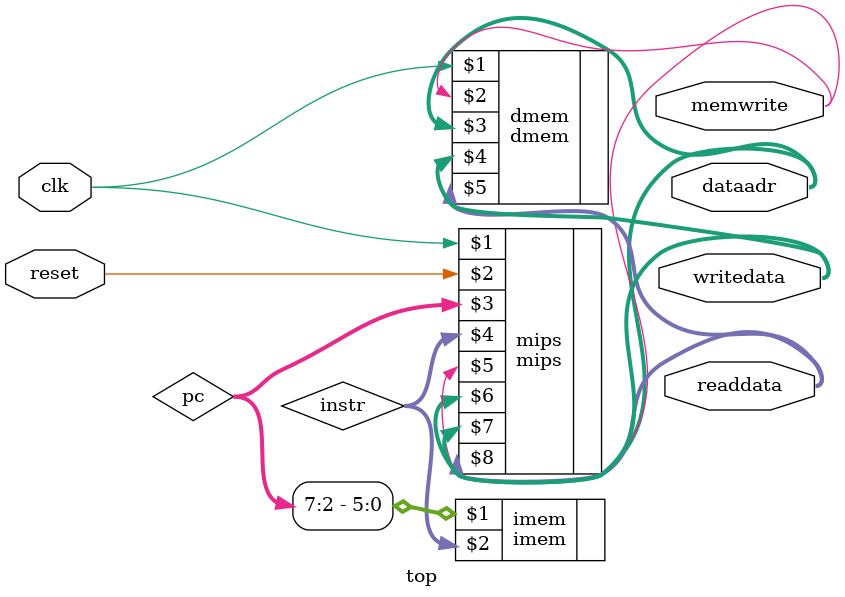
<source format=sv>
module top(input  logic        clk, reset,
           output logic [31:0] writedata, dataadr, readdata,
           output logic        memwrite);
  logic [31:0] pc, instr;
  // определить процессор и память
  mips mips(clk, reset, pc, instr, memwrite, dataadr,
            writedata, readdata);
  imem imem(pc[7:2], instr);
  dmem dmem(clk, memwrite, dataadr, writedata, readdata);
endmodule

</source>
